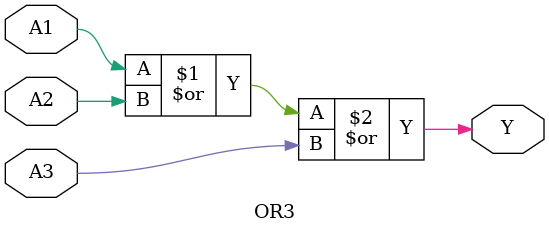
<source format=v>
module OR3 (output Y, input A1, input A2, input A3);
    assign Y = A1 | A2 | A3;
endmodule

</source>
